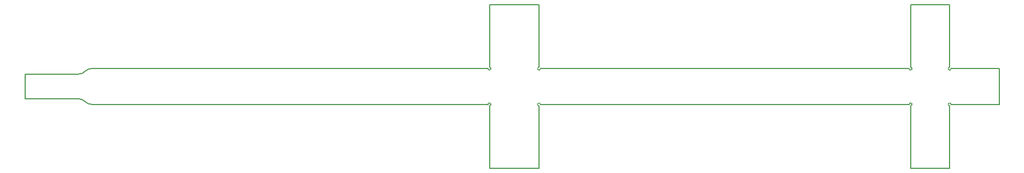
<source format=gm1>
G04 #@! TF.GenerationSoftware,KiCad,Pcbnew,7.0.7*
G04 #@! TF.CreationDate,2024-05-14T22:47:59+02:00*
G04 #@! TF.ProjectId,Pinky_V1,50696e6b-795f-4563-912e-6b696361645f,rev?*
G04 #@! TF.SameCoordinates,Original*
G04 #@! TF.FileFunction,Profile,NP*
%FSLAX46Y46*%
G04 Gerber Fmt 4.6, Leading zero omitted, Abs format (unit mm)*
G04 Created by KiCad (PCBNEW 7.0.7) date 2024-05-14 22:47:59*
%MOMM*%
%LPD*%
G01*
G04 APERTURE LIST*
G04 #@! TA.AperFunction,Profile*
%ADD10C,0.200000*%
G04 #@! TD*
G04 APERTURE END LIST*
D10*
X204879997Y-121144002D02*
X145379998Y-121144002D01*
X137129997Y-104994002D02*
X145129998Y-104994003D01*
X204880002Y-115344003D02*
G75*
G03*
X205129998Y-115094002I249998J3D01*
G01*
X145129998Y-104994003D02*
X145129998Y-115094002D01*
X137129997Y-131494003D02*
X137129998Y-121394003D01*
X211429997Y-104994002D02*
X211429998Y-115094002D01*
X145129998Y-115094002D02*
G75*
G03*
X145379998Y-115344003I2J-249998D01*
G01*
X145379998Y-115344003D02*
X204879997Y-115344003D01*
X136880002Y-115344003D02*
G75*
G03*
X137129998Y-115094002I249998J3D01*
G01*
X219429998Y-115344003D02*
X219429998Y-121144002D01*
X145129998Y-121394003D02*
X145129998Y-131494002D01*
X205129998Y-115094002D02*
X205129998Y-104994003D01*
X145129998Y-131494002D02*
X137129997Y-131494003D01*
X211429998Y-115094002D02*
G75*
G03*
X211679998Y-115344002I2J-249998D01*
G01*
X62129997Y-116244002D02*
X70755225Y-116244002D01*
X211680002Y-121144002D02*
G75*
G03*
X211429997Y-121394002I-250002J2D01*
G01*
X145380003Y-121144002D02*
G75*
G03*
X145129998Y-121394003I-250003J2D01*
G01*
X205129998Y-104994003D02*
X211429997Y-104994002D01*
X211429997Y-131494003D02*
X205129998Y-131494002D01*
X219429998Y-121144002D02*
X211679997Y-121144002D01*
X72897654Y-115344041D02*
G75*
G03*
X71826440Y-115794004I-54J-1499959D01*
G01*
X72897654Y-115344003D02*
X136879997Y-115344003D01*
X62129997Y-120244002D02*
X62129997Y-116244002D01*
X71826411Y-120694029D02*
G75*
G03*
X72897654Y-121144002I1071189J1050029D01*
G01*
X70755225Y-120244002D02*
X62129997Y-120244002D01*
X211679998Y-115344002D02*
X219429998Y-115344003D01*
X137129998Y-115094002D02*
X137129997Y-104994002D01*
X136879997Y-121144002D02*
X72897654Y-121144002D01*
X211429997Y-121394002D02*
X211429997Y-131494003D01*
X205129998Y-121394003D02*
G75*
G03*
X204879997Y-121144002I2J250003D01*
G01*
X205129998Y-131494002D02*
X205129998Y-121394003D01*
X71826447Y-120693994D02*
G75*
G03*
X70755225Y-120244002I-1071247J-1050106D01*
G01*
X70755225Y-116244019D02*
G75*
G03*
X71826438Y-115794002I-25J1500019D01*
G01*
X137129998Y-121394003D02*
G75*
G03*
X136879997Y-121144002I2J250003D01*
G01*
M02*

</source>
